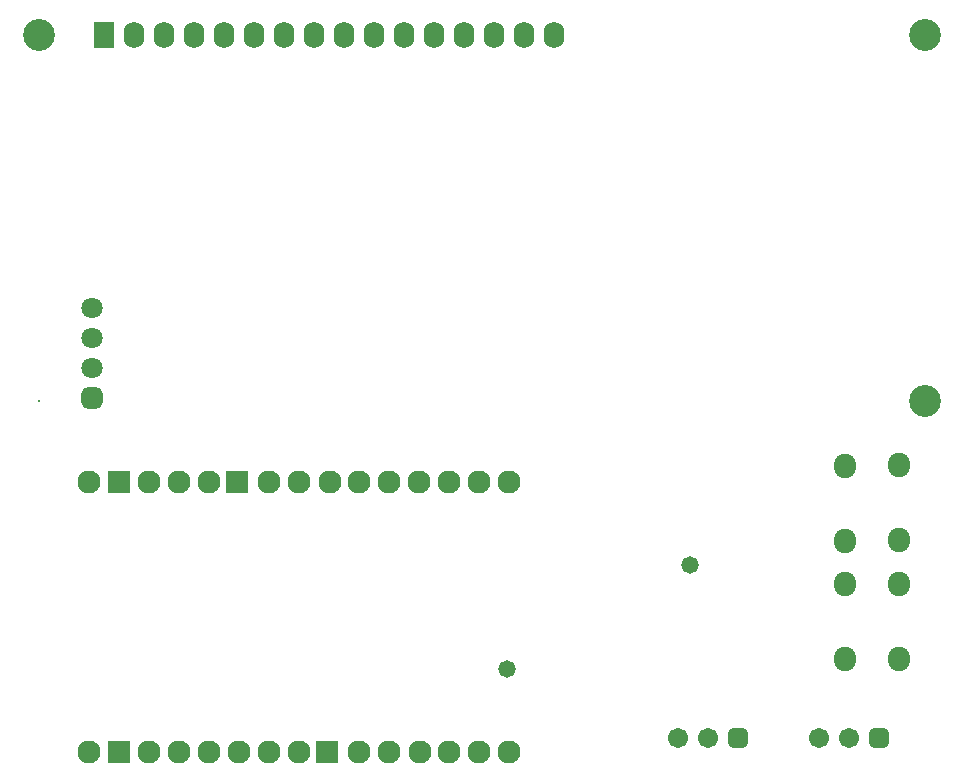
<source format=gbs>
G04*
G04 #@! TF.GenerationSoftware,Altium Limited,Altium Designer,21.3.2 (30)*
G04*
G04 Layer_Color=16711935*
%FSTAX24Y24*%
%MOIN*%
G70*
G04*
G04 #@! TF.SameCoordinates,A37B9459-F8AB-407D-A7BE-2EDF921DF0BE*
G04*
G04*
G04 #@! TF.FilePolarity,Negative*
G04*
G01*
G75*
%ADD16O,0.0730X0.0830*%
G04:AMPARAMS|DCode=17|XSize=67.1mil|YSize=67.1mil|CornerRadius=18.8mil|HoleSize=0mil|Usage=FLASHONLY|Rotation=180.000|XOffset=0mil|YOffset=0mil|HoleType=Round|Shape=RoundedRectangle|*
%AMROUNDEDRECTD17*
21,1,0.0671,0.0295,0,0,180.0*
21,1,0.0295,0.0671,0,0,180.0*
1,1,0.0375,-0.0148,0.0148*
1,1,0.0375,0.0148,0.0148*
1,1,0.0375,0.0148,-0.0148*
1,1,0.0375,-0.0148,-0.0148*
%
%ADD17ROUNDEDRECTD17*%
%ADD18C,0.0671*%
%ADD19C,0.0770*%
%ADD20R,0.0770X0.0770*%
G04:AMPARAMS|DCode=21|XSize=71mil|YSize=71mil|CornerRadius=19.7mil|HoleSize=0mil|Usage=FLASHONLY|Rotation=90.000|XOffset=0mil|YOffset=0mil|HoleType=Round|Shape=RoundedRectangle|*
%AMROUNDEDRECTD21*
21,1,0.0710,0.0315,0,0,90.0*
21,1,0.0315,0.0710,0,0,90.0*
1,1,0.0395,0.0157,0.0157*
1,1,0.0395,0.0157,-0.0157*
1,1,0.0395,-0.0157,-0.0157*
1,1,0.0395,-0.0157,0.0157*
%
%ADD21ROUNDEDRECTD21*%
%ADD22C,0.0710*%
%ADD23C,0.0080*%
%ADD24C,0.1064*%
%ADD25O,0.0680X0.0880*%
%ADD26R,0.0680X0.0880*%
%ADD27C,0.0580*%
D16*
X04457Y02489D02*
D03*
X04635Y0249D02*
D03*
X04634Y0274D02*
D03*
X04457Y02739D02*
D03*
Y02884D02*
D03*
X04635Y02885D02*
D03*
X04634Y03135D02*
D03*
X04457Y03134D02*
D03*
D17*
X0457Y02225D02*
D03*
X041D02*
D03*
D18*
X0447D02*
D03*
X0437D02*
D03*
X04D02*
D03*
X039D02*
D03*
D19*
X02835Y0218D02*
D03*
X02935D02*
D03*
X0304D02*
D03*
X03135D02*
D03*
X03235D02*
D03*
X03335D02*
D03*
X02635D02*
D03*
X02535D02*
D03*
X02435D02*
D03*
X02135D02*
D03*
X02235D02*
D03*
X02335D02*
D03*
X01935D02*
D03*
X02835Y0308D02*
D03*
X02935D02*
D03*
X03035D02*
D03*
X03135D02*
D03*
X03235D02*
D03*
X03335D02*
D03*
X0274D02*
D03*
X02635D02*
D03*
X02535D02*
D03*
X02135D02*
D03*
X02235D02*
D03*
X02335D02*
D03*
X01935D02*
D03*
D20*
X0273Y0218D02*
D03*
X02035D02*
D03*
X0243Y0308D02*
D03*
X02035D02*
D03*
D21*
X01945Y0336D02*
D03*
D22*
Y0346D02*
D03*
Y0356D02*
D03*
Y0366D02*
D03*
D23*
X017684Y033495D02*
D03*
D24*
X047212D02*
D03*
Y0457D02*
D03*
X017684D02*
D03*
D25*
X03485D02*
D03*
X03385D02*
D03*
X03285D02*
D03*
X03185D02*
D03*
X03085D02*
D03*
X02985D02*
D03*
X02885D02*
D03*
X02785D02*
D03*
X02685D02*
D03*
X02585D02*
D03*
X02485D02*
D03*
X02385D02*
D03*
X02285D02*
D03*
X02185D02*
D03*
X02085D02*
D03*
D26*
X01985D02*
D03*
D27*
X0333Y02455D02*
D03*
X0394Y02802D02*
D03*
M02*

</source>
